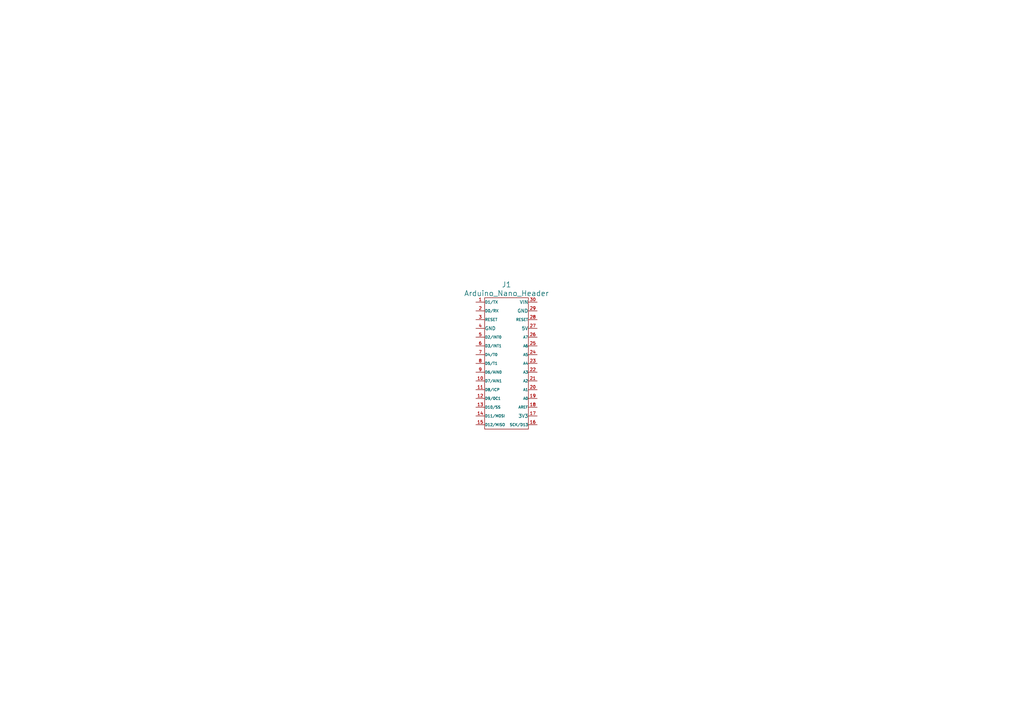
<source format=kicad_sch>
(kicad_sch (version 20230121) (generator eeschema)
  (paper "A4")
  (lib_symbols
    (symbol "EESTN5-v2:Arduino_Nano_Header" (pin_names (offset 0.0254))
      (property "Reference" "J" (at 0 20.32 0))
      (property "Value" "Arduino_Nano_Header" (at 0 -20.32 0))
      (symbol "Arduino_Nano_Header_0_1"
        (rectangle (start 6.35 -19.05) (end -6.35 19.05))
      )
      (symbol "Arduino_Nano_Header_1_1"
        (pin passive line (at -8.89 17.78 0) (length 2.54) (name "D1/TX") (number "1"))
        (pin passive line (at -8.89 -5.08 0) (length 2.54) (name "D7/AIN1") (number "10"))
        (pin passive line (at -8.89 -7.62 0) (length 2.54) (name "D8/ICP") (number "11"))
        (pin passive line (at -8.89 -10.16 0) (length 2.54) (name "D9/0C1") (number "12"))
        (pin passive line (at -8.89 -12.7 0) (length 2.54) (name "D10/SS") (number "13"))
        (pin passive line (at -8.89 -15.24 0) (length 2.54) (name "D11/MOSI") (number "14"))
        (pin passive line (at -8.89 -17.78 0) (length 2.54) (name "D12/MISO") (number "15"))
        (pin passive line (at 8.89 -17.78 180) (length 2.54) (name "SCK/D13") (number "16"))
        (pin passive line (at 8.89 -15.24 180) (length 2.54) (name "3V3") (number "17"))
        (pin passive line (at 8.89 -12.7 180) (length 2.54) (name "AREF") (number "18"))
        (pin passive line (at 8.89 -10.16 180) (length 2.54) (name "A0") (number "19"))
        (pin passive line (at -8.89 15.24 0) (length 2.54) (name "D0/RX") (number "2"))
        (pin passive line (at 8.89 -7.62 180) (length 2.54) (name "A1") (number "20"))
        (pin passive line (at 8.89 -5.08 180) (length 2.54) (name "A2") (number "21"))
        (pin passive line (at 8.89 -2.54 180) (length 2.54) (name "A3") (number "22"))
        (pin passive line (at 8.89 0 180) (length 2.54) (name "A4") (number "23"))
        (pin passive line (at 8.89 2.54 180) (length 2.54) (name "A5") (number "24"))
        (pin passive line (at 8.89 5.08 180) (length 2.54) (name "A6") (number "25"))
        (pin passive line (at 8.89 7.62 180) (length 2.54) (name "A7") (number "26"))
        (pin passive line (at 8.89 10.16 180) (length 2.54) (name "5V") (number "27"))
        (pin passive line (at 8.89 12.7 180) (length 2.54) (name "RESET") (number "28"))
        (pin passive line (at 8.89 15.24 180) (length 2.54) (name "GND") (number "29"))
        (pin passive line (at -8.89 12.7 0) (length 2.54) (name "RESET") (number "3"))
        (pin passive line (at 8.89 17.78 180) (length 2.54) (name "VIN") (number "30"))
        (pin passive line (at -8.89 10.16 0) (length 2.54) (name "GND") (number "4"))
        (pin passive line (at -8.89 7.62 0) (length 2.54) (name "D2/INT0") (number "5"))
        (pin passive line (at -8.89 5.08 0) (length 2.54) (name "D3/INT1") (number "6"))
        (pin passive line (at -8.89 2.54 0) (length 2.54) (name "D4/T0") (number "7"))
        (pin passive line (at -8.89 0 0) (length 2.54) (name "D5/T1") (number "8"))
        (pin passive line (at -8.89 -2.54 0) (length 2.54) (name "D6/AIN0") (number "9"))
      )
    )
  )
  (symbol (lib_id "EESTN5-v2:Arduino_Nano_Header") (at 146.9136 105.41 0) (unit 1)
    (property "Reference" "J1" (at 146.9136 82.55 0) (effects (font (size 1.524 1.524))))
    (property "Value" "Arduino_Nano_Header" (at 146.9136 85.09 0) (effects (font (size 1.524 1.524))))
  )
)
</source>
